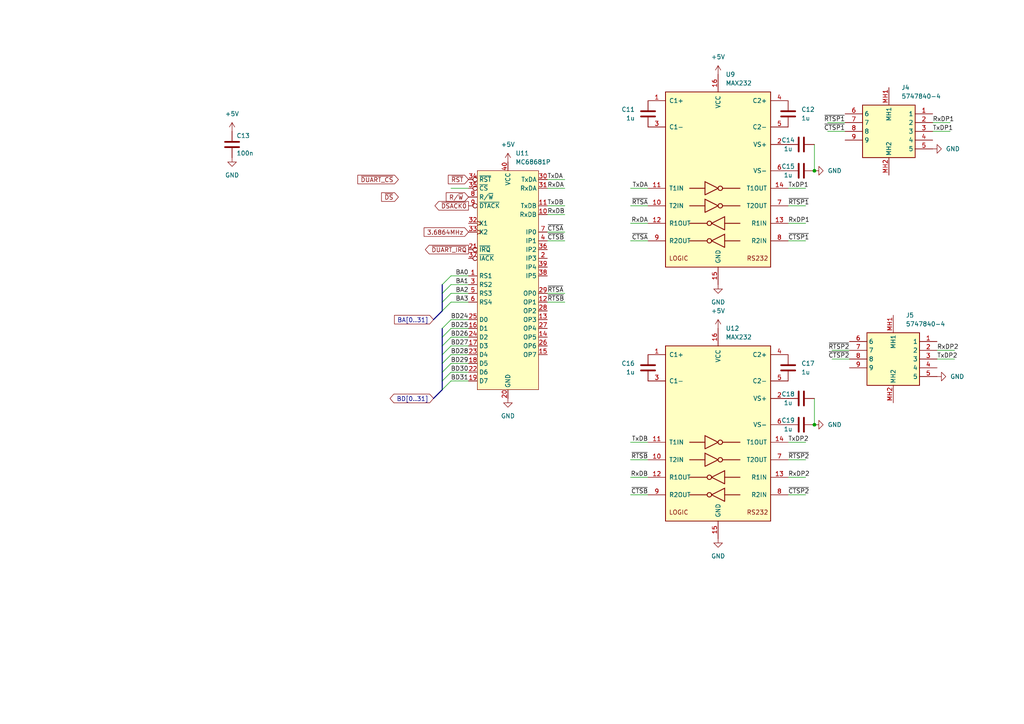
<source format=kicad_sch>
(kicad_sch (version 20231120) (generator "eeschema") (generator_version "8.0")
  (paper "A4")
  (lib_symbols
    (symbol "5747840-4:5747840-4"
      (property "Reference" "J" (at 21.59 12.7 0))
      (property "Value" "5747840-4" (at 21.59 10.16 0))
      (symbol "5747840-4_1_1"
        (rectangle (start 5.08 7.62) (end 20.32 -7.62) (stroke (width 0.254)) (fill (type background)))
        (pin passive line (at 7.62 12.7 270) (length 5.08) (name "1") (number "1"))
        (pin passive line (at 10.16 12.7 270) (length 5.08) (name "2") (number "2"))
        (pin passive line (at 12.7 12.7 270) (length 5.08) (name "3") (number "3"))
        (pin passive line (at 15.24 12.7 270) (length 5.08) (name "4") (number "4"))
        (pin passive line (at 17.78 12.7 270) (length 5.08) (name "5") (number "5"))
        (pin passive line (at 7.62 -12.7 90) (length 5.08) (name "6") (number "6"))
        (pin passive line (at 10.16 -12.7 90) (length 5.08) (name "7") (number "7"))
        (pin passive line (at 12.7 -12.7 90) (length 5.08) (name "8") (number "8"))
        (pin passive line (at 15.24 -12.7 90) (length 5.08) (name "9") (number "9"))
        (pin passive line (at 0 0 0) (length 5.08) (name "MH1") (number "MH1"))
        (pin passive line (at 25.4 0 180) (length 5.08) (name "MH2") (number "MH2"))
      )
    )
    (symbol "Device:C" (pin_numbers hide) (pin_names (offset 0.254))
      (property "Reference" "C" (at 0.635 2.54 0))
      (property "Value" "C" (at 0.635 -2.54 0))
      (symbol "C_0_1"
        (polyline (pts (xy -2.032 -0.762) (xy 2.032 -0.762)) (stroke (width 0.508)))
        (polyline (pts (xy -2.032 0.762) (xy 2.032 0.762)) (stroke (width 0.508)))
      )
      (symbol "C_1_1"
        (pin passive line (at 0 3.81 270) (length 2.794) (name "~") (number "1"))
        (pin passive line (at 0 -3.81 90) (length 2.794) (name "~") (number "2"))
      )
    )
    (symbol "Interface_UART:MAX232" (pin_names (offset 1.016))
      (property "Reference" "U" (at -2.54 28.575 0))
      (property "Value" "MAX232" (at -2.54 26.67 0))
      (symbol "MAX232_0_0"
        (text "LOGIC" (at -11.43 -22.86 0) (effects (font (size 1.27 1.27))))
        (text "RS232" (at 11.43 -22.86 0) (effects (font (size 1.27 1.27))))
      )
      (symbol "MAX232_0_1"
        (rectangle (start -15.24 -25.4) (end 15.24 25.4) (stroke (width 0.254)) (fill (type background)))
        (circle (center -2.54 -17.78) (radius 0.635) (stroke (width 0.254)))
        (circle (center -2.54 -12.7) (radius 0.635) (stroke (width 0.254)))
        (polyline (pts (xy -3.81 -7.62) (xy -8.255 -7.62)) (stroke (width 0.254)))
        (polyline (pts (xy -3.81 -2.54) (xy -8.255 -2.54)) (stroke (width 0.254)))
        (polyline (pts (xy -3.175 -17.78) (xy -8.255 -17.78)) (stroke (width 0.254)))
        (polyline (pts (xy -3.175 -12.7) (xy -8.255 -12.7)) (stroke (width 0.254)))
        (polyline (pts (xy 1.27 -7.62) (xy 6.35 -7.62)) (stroke (width 0.254)))
        (polyline (pts (xy 1.27 -2.54) (xy 6.35 -2.54)) (stroke (width 0.254)))
        (polyline (pts (xy 1.905 -17.78) (xy 6.35 -17.78)) (stroke (width 0.254)))
        (polyline (pts (xy 1.905 -12.7) (xy 6.35 -12.7)) (stroke (width 0.254)))
        (polyline (pts (xy -3.81 -5.715) (xy -3.81 -9.525) (xy 0 -7.62) (xy -3.81 -5.715)) (stroke (width 0.254)))
        (polyline (pts (xy -3.81 -0.635) (xy -3.81 -4.445) (xy 0 -2.54) (xy -3.81 -0.635)) (stroke (width 0.254)))
        (polyline (pts (xy 1.905 -15.875) (xy 1.905 -19.685) (xy -1.905 -17.78) (xy 1.905 -15.875)) (stroke (width 0.254)))
        (polyline (pts (xy 1.905 -10.795) (xy 1.905 -14.605) (xy -1.905 -12.7) (xy 1.905 -10.795)) (stroke (width 0.254)))
        (circle (center 0.635 -7.62) (radius 0.635) (stroke (width 0.254)))
        (circle (center 0.635 -2.54) (radius 0.635) (stroke (width 0.254)))
      )
      (symbol "MAX232_1_1"
        (pin passive line (at -20.32 22.86 0) (length 5.08) (name "C1+") (number "1"))
        (pin input line (at -20.32 -7.62 0) (length 5.08) (name "T2IN") (number "10"))
        (pin input line (at -20.32 -2.54 0) (length 5.08) (name "T1IN") (number "11"))
        (pin output line (at -20.32 -12.7 0) (length 5.08) (name "R1OUT") (number "12"))
        (pin input line (at 20.32 -12.7 180) (length 5.08) (name "R1IN") (number "13"))
        (pin output line (at 20.32 -2.54 180) (length 5.08) (name "T1OUT") (number "14"))
        (pin power_in line (at 0 -30.48 90) (length 5.08) (name "GND") (number "15"))
        (pin power_in line (at 0 30.48 270) (length 5.08) (name "VCC") (number "16"))
        (pin power_out line (at 20.32 10.16 180) (length 5.08) (name "VS+") (number "2"))
        (pin passive line (at -20.32 15.24 0) (length 5.08) (name "C1-") (number "3"))
        (pin passive line (at 20.32 22.86 180) (length 5.08) (name "C2+") (number "4"))
        (pin passive line (at 20.32 15.24 180) (length 5.08) (name "C2-") (number "5"))
        (pin power_out line (at 20.32 2.54 180) (length 5.08) (name "VS-") (number "6"))
        (pin output line (at 20.32 -7.62 180) (length 5.08) (name "T2OUT") (number "7"))
        (pin input line (at 20.32 -17.78 180) (length 5.08) (name "R2IN") (number "8"))
        (pin output line (at -20.32 -17.78 0) (length 5.08) (name "R2OUT") (number "9"))
      )
    )
    (symbol "m68k-hbc-ic:MC68681P"
      (property "Reference" "U" (at 0 0 0))
      (property "Value" "MC68681P" (at 0 0 0))
      (symbol "MC68681P_0_0"
        (pin input line (at -11.43 1.27 0) (length 2.54) (name "RS1") (number "1"))
        (pin input line (at 11.43 19.05 180) (length 2.54) (name "RxDB") (number "10"))
        (pin output line (at 11.43 21.59 180) (length 2.54) (name "TxDB") (number "11"))
        (pin output line (at 11.43 -6.35 180) (length 2.54) (name "OP1") (number "12"))
        (pin output line (at 11.43 -11.43 180) (length 2.54) (name "OP3") (number "13"))
        (pin output line (at 11.43 -16.51 180) (length 2.54) (name "OP5") (number "14"))
        (pin output line (at 11.43 -21.59 180) (length 2.54) (name "OP7") (number "15"))
        (pin bidirectional line (at -11.43 -13.97 0) (length 2.54) (name "D1") (number "16"))
        (pin bidirectional line (at -11.43 -19.05 0) (length 2.54) (name "D3") (number "17"))
        (pin bidirectional line (at -11.43 -24.13 0) (length 2.54) (name "D5") (number "18"))
        (pin bidirectional line (at -11.43 -29.21 0) (length 2.54) (name "D7") (number "19"))
        (pin input line (at 11.43 6.35 180) (length 2.54) (name "IP3") (number "2"))
        (pin power_in line (at 0 -34.29 90) (length 2.54) (name "GND") (number "20"))
        (pin output inverted (at -11.43 8.89 0) (length 2.54) (name "~{IRQ}") (number "21"))
        (pin bidirectional line (at -11.43 -26.67 0) (length 2.54) (name "D6") (number "22"))
        (pin bidirectional line (at -11.43 -21.59 0) (length 2.54) (name "D4") (number "23"))
        (pin bidirectional line (at -11.43 -16.51 0) (length 2.54) (name "D2") (number "24"))
        (pin bidirectional line (at -11.43 -11.43 0) (length 2.54) (name "D0") (number "25"))
        (pin output line (at 11.43 -19.05 180) (length 2.54) (name "OP6") (number "26"))
        (pin output line (at 11.43 -13.97 180) (length 2.54) (name "OP4") (number "27"))
        (pin output line (at 11.43 -8.89 180) (length 2.54) (name "OP2") (number "28"))
        (pin output line (at 11.43 -3.81 180) (length 2.54) (name "OP0") (number "29"))
        (pin input line (at -11.43 -1.27 0) (length 2.54) (name "RS2") (number "3"))
        (pin output line (at 11.43 29.21 180) (length 2.54) (name "TxDA") (number "30"))
        (pin input line (at 11.43 26.67 180) (length 2.54) (name "RxDA") (number "31"))
        (pin input clock (at -11.43 16.51 0) (length 2.54) (name "X1") (number "32"))
        (pin output clock (at -11.43 13.97 0) (length 2.54) (name "X2") (number "33"))
        (pin input inverted (at -11.43 29.21 0) (length 2.54) (name "~{RST}") (number "34"))
        (pin input inverted (at -11.43 26.67 0) (length 2.54) (name "~{CS}") (number "35"))
        (pin input line (at 11.43 8.89 180) (length 2.54) (name "IP2") (number "36"))
        (pin input inverted (at -11.43 6.35 0) (length 2.54) (name "~{IACK}") (number "37"))
        (pin input line (at 11.43 1.27 180) (length 2.54) (name "IP5") (number "38"))
        (pin input line (at 11.43 3.81 180) (length 2.54) (name "IP4") (number "39"))
        (pin input line (at 11.43 11.43 180) (length 2.54) (name "IP1") (number "4"))
        (pin power_in line (at 0 34.29 270) (length 2.54) (name "VCC") (number "40"))
        (pin input line (at -11.43 -3.81 0) (length 2.54) (name "RS3") (number "5"))
        (pin input line (at -11.43 -6.35 0) (length 2.54) (name "RS4") (number "6"))
        (pin input line (at 11.43 13.97 180) (length 2.54) (name "IP0") (number "7"))
        (pin input line (at -11.43 24.13 0) (length 2.54) (name "R/~{W}") (number "8"))
        (pin output inverted (at -11.43 21.59 0) (length 2.54) (name "~{DTACK}") (number "9"))
      )
      (symbol "MC68681P_1_1"
        (rectangle (start -8.89 31.75) (end 8.89 -31.75) (fill (type background)))
      )
    )
    (symbol "power:+5V" (power) (pin_names (offset 0))
      (property "Value" "+5V" (at 0 3.556 0))
      (symbol "+5V_0_1"
        (polyline (pts (xy -0.762 1.27) (xy 0 2.54)))
        (polyline (pts (xy 0 0) (xy 0 2.54)))
        (polyline (pts (xy 0 2.54) (xy 0.762 1.27)))
      )
      (symbol "+5V_1_1"
        (pin power_in line (at 0 0 90) (length 0) hide (name "+5V") (number "1"))
      )
    )
    (symbol "power:GND" (power) (pin_names (offset 0))
      (property "Value" "GND" (at 0 -3.81 0))
      (symbol "GND_0_1"
        (polyline (pts (xy 0 0) (xy 0 -1.27) (xy 1.27 -1.27) (xy 0 -2.54) (xy -1.27 -1.27) (xy 0 -1.27)))
      )
      (symbol "GND_1_1"
        (pin power_in line (at 0 0 270) (length 0) hide (name "GND") (number "1"))
      )
    )
  )
  (junction (at 236.22 123.19))
  (junction (at 236.22 49.53))
  (bus_entry (at 130.81 97.79) (size -2.54 2.54))
  (bus_entry (at 130.81 80.01) (size -2.54 2.54))
  (bus_entry (at 130.81 100.33) (size -2.54 2.54))
  (bus_entry (at 130.81 110.49) (size -2.54 2.54))
  (bus_entry (at 130.81 105.41) (size -2.54 2.54))
  (bus_entry (at 130.81 82.55) (size -2.54 2.54))
  (bus_entry (at 130.81 92.71) (size -2.54 2.54))
  (bus_entry (at 130.81 87.63) (size -2.54 2.54))
  (bus_entry (at 130.81 95.25) (size -2.54 2.54))
  (bus_entry (at 130.81 85.09) (size -2.54 2.54))
  (bus_entry (at 130.81 107.95) (size -2.54 2.54))
  (bus_entry (at 130.81 102.87) (size -2.54 2.54))
  (wire (pts (xy 182.88 59.69) (xy 187.96 59.69)))
  (wire (pts (xy 163.83 85.09) (xy 158.75 85.09)))
  (wire (pts (xy 276.86 104.14) (xy 271.78 104.14)))
  (wire (pts (xy 130.81 80.01) (xy 135.89 80.01)))
  (wire (pts (xy 130.81 100.33) (xy 135.89 100.33)))
  (bus (pts (xy 128.27 90.17) (xy 125.73 92.71)))
  (wire (pts (xy 130.81 110.49) (xy 135.89 110.49)))
  (bus (pts (xy 128.27 105.41) (xy 128.27 107.95)))
  (wire (pts (xy 130.81 82.55) (xy 135.89 82.55)))
  (bus (pts (xy 128.27 100.33) (xy 128.27 102.87)))
  (wire (pts (xy 163.83 54.61) (xy 158.75 54.61)))
  (wire (pts (xy 130.81 54.61) (xy 135.89 54.61)))
  (wire (pts (xy 130.81 87.63) (xy 135.89 87.63)))
  (wire (pts (xy 163.83 62.23) (xy 158.75 62.23)))
  (bus (pts (xy 128.27 97.79) (xy 128.27 100.33)))
  (bus (pts (xy 128.27 113.03) (xy 125.73 115.57)))
  (wire (pts (xy 163.83 59.69) (xy 158.75 59.69)))
  (bus (pts (xy 128.27 95.25) (xy 128.27 97.79)))
  (wire (pts (xy 182.88 133.35) (xy 187.96 133.35)))
  (wire (pts (xy 130.81 102.87) (xy 135.89 102.87)))
  (wire (pts (xy 163.83 52.07) (xy 158.75 52.07)))
  (wire (pts (xy 182.88 69.85) (xy 187.96 69.85)))
  (wire (pts (xy 233.68 64.77) (xy 228.6 64.77)))
  (wire (pts (xy 233.68 133.35) (xy 228.6 133.35)))
  (wire (pts (xy 240.03 35.56) (xy 245.11 35.56)))
  (bus (pts (xy 128.27 85.09) (xy 128.27 87.63)))
  (wire (pts (xy 233.68 138.43) (xy 228.6 138.43)))
  (wire (pts (xy 275.59 38.1) (xy 270.51 38.1)))
  (wire (pts (xy 163.83 67.31) (xy 158.75 67.31)))
  (wire (pts (xy 275.59 35.56) (xy 270.51 35.56)))
  (wire (pts (xy 182.88 138.43) (xy 187.96 138.43)))
  (bus (pts (xy 128.27 102.87) (xy 128.27 105.41)))
  (wire (pts (xy 233.68 59.69) (xy 228.6 59.69)))
  (wire (pts (xy 130.81 105.41) (xy 135.89 105.41)))
  (wire (pts (xy 236.22 49.53) (xy 236.22 41.91)))
  (bus (pts (xy 128.27 87.63) (xy 128.27 90.17)))
  (wire (pts (xy 182.88 143.51) (xy 187.96 143.51)))
  (wire (pts (xy 130.81 95.25) (xy 135.89 95.25)))
  (wire (pts (xy 130.81 97.79) (xy 135.89 97.79)))
  (wire (pts (xy 163.83 69.85) (xy 158.75 69.85)))
  (wire (pts (xy 182.88 54.61) (xy 187.96 54.61)))
  (wire (pts (xy 182.88 64.77) (xy 187.96 64.77)))
  (wire (pts (xy 233.68 69.85) (xy 228.6 69.85)))
  (wire (pts (xy 182.88 128.27) (xy 187.96 128.27)))
  (wire (pts (xy 233.68 143.51) (xy 228.6 143.51)))
  (wire (pts (xy 240.03 38.1) (xy 245.11 38.1)))
  (wire (pts (xy 276.86 101.6) (xy 271.78 101.6)))
  (wire (pts (xy 233.68 54.61) (xy 228.6 54.61)))
  (wire (pts (xy 241.3 104.14) (xy 246.38 104.14)))
  (wire (pts (xy 130.81 85.09) (xy 135.89 85.09)))
  (bus (pts (xy 128.27 107.95) (xy 128.27 110.49)))
  (wire (pts (xy 241.3 101.6) (xy 246.38 101.6)))
  (wire (pts (xy 130.81 107.95) (xy 135.89 107.95)))
  (wire (pts (xy 130.81 92.71) (xy 135.89 92.71)))
  (wire (pts (xy 163.83 87.63) (xy 158.75 87.63)))
  (wire (pts (xy 233.68 128.27) (xy 228.6 128.27)))
  (bus (pts (xy 128.27 110.49) (xy 128.27 113.03)))
  (bus (pts (xy 128.27 82.55) (xy 128.27 85.09)))
  (wire (pts (xy 236.22 123.19) (xy 236.22 115.57)))
  (label "BA1" (at 135.89 82.55 180))
  (label "~{CTSP1}" (at 228.6 69.85 0))
  (label "~{RTSP2}" (at 228.6 133.35 0))
  (label "RxDP1" (at 228.6 64.77 0))
  (label "~{CTSP2}" (at 246.38 104.14 180))
  (label "TxDP1" (at 270.51 38.1 0))
  (label "TxDB" (at 187.96 128.27 180))
  (label "BD27" (at 135.89 100.33 180))
  (label "RxDP2" (at 271.78 101.6 0))
  (label "BD28" (at 135.89 102.87 180))
  (label "~{RTSB}" (at 158.75 87.63 0))
  (label "~{RTSA}" (at 158.75 85.09 0))
  (label "~{RTSA}" (at 187.96 59.69 180))
  (label "TxDP2" (at 271.78 104.14 0))
  (label "BD26" (at 135.89 97.79 180))
  (label "TxDP2" (at 228.6 128.27 0))
  (label "~{CTSB}" (at 187.96 143.51 180))
  (label "~{CTSA}" (at 187.96 69.85 180))
  (label "RxDP2" (at 228.6 138.43 0))
  (label "~{RTSB}" (at 187.96 133.35 180))
  (label "RxDB" (at 187.96 138.43 180))
  (label "BD30" (at 135.89 107.95 180))
  (label "RxDA" (at 187.96 64.77 180))
  (label "~{RTSP1}" (at 245.11 35.56 180))
  (label "TxDA" (at 158.75 52.07 0))
  (label "BA2" (at 135.89 85.09 180))
  (label "BA3" (at 135.89 87.63 180))
  (label "~{CTSP1}" (at 245.11 38.1 180))
  (label "RxDP1" (at 270.51 35.56 0))
  (label "BD25" (at 135.89 95.25 180))
  (label "~{RTSP1}" (at 228.6 59.69 0))
  (label "TxDB" (at 158.75 59.69 0))
  (label "BD31" (at 135.89 110.49 180))
  (label "RxDB" (at 158.75 62.23 0))
  (label "RxDA" (at 158.75 54.61 0))
  (label "~{CTSA}" (at 158.75 67.31 0))
  (label "BD24" (at 135.89 92.71 180))
  (label "BD29" (at 135.89 105.41 180))
  (label "~{CTSB}" (at 158.75 69.85 0))
  (label "~{CTSP2}" (at 228.6 143.51 0))
  (label "BA0" (at 135.89 80.01 180))
  (label "TxDA" (at 187.96 54.61 180))
  (label "TxDP1" (at 228.6 54.61 0))
  (label "~{RTSP2}" (at 246.38 101.6 180))
  (global_label "~{RST}" (shape input) (at 135.89 52.07 180) (property "Intersheetrefs" "${INTERSHEET_REFS}" (effects (hide yes))))
  (global_label "R{slash}~{W}" (shape input) (at 135.89 57.15 180) (property "Intersheetrefs" "${INTERSHEET_REFS}" (effects (hide yes))))
  (global_label "~{DUART_IRQ}" (shape output) (at 135.89 72.39 180) (property "Intersheetrefs" "${INTERSHEET_REFS}" (effects (hide yes))))
  (global_label "BA[0..31]" (shape input) (at 125.73 92.71 180) (property "Intersheetrefs" "${INTERSHEET_REFS}" (effects (hide yes))))
  (global_label "~{DUART_CS}" (shape input) (at 115.57 52.07 180) (property "Intersheetrefs" "${INTERSHEET_REFS}" (effects (hide yes))))
  (global_label "3.6864MHz" (shape input) (at 135.89 67.31 180) (property "Intersheetrefs" "${INTERSHEET_REFS}" (effects (hide yes))))
  (global_label "~{DS}" (shape input) (at 115.57 57.15 180) (property "Intersheetrefs" "${INTERSHEET_REFS}" (effects (hide yes))))
  (global_label "BD[0..31]" (shape bidirectional) (at 125.73 115.57 180) (property "Intersheetrefs" "${INTERSHEET_REFS}" (effects (hide yes))))
  (global_label "~{DSACK0}" (shape output) (at 135.89 59.69 180) (property "Intersheetrefs" "${INTERSHEET_REFS}" (effects (hide yes))))
  (symbol (lib_id "power:+5V") (at 147.32 46.99 0) (unit 1)
    (property "Reference" "#PWR069" (effects (hide yes)))
    (property "Value" "+5V" (at 147.32 41.91 0))
  )
  (symbol (lib_id "Device:C") (at 187.96 106.68 0) (unit 1)
    (property "Reference" "C16" (at 184.15 105.41 0) (effects (justify right)))
    (property "Value" "1u" (at 184.15 107.95 0) (effects (justify right)))
    (property "Footprint" "Capacitor_THT:C_Disc_D4.3mm_W1.9mm_P5.00mm" (effects (hide yes)))
  )
  (symbol (lib_id "Device:C") (at 67.31 41.91 0) (unit 1)
    (property "Reference" "C13" (at 68.58 39.37 0) (effects (justify left)))
    (property "Value" "100n" (at 68.58 44.45 0) (effects (justify left)))
    (property "Footprint" "Capacitor_THT:C_Disc_D4.3mm_W1.9mm_P5.00mm" (effects (hide yes)))
  )
  (symbol (lib_id "Device:C") (at 232.41 123.19 90) (unit 1)
    (property "Reference" "C19" (at 228.6 121.92 90))
    (property "Value" "1u" (at 228.6 124.46 90))
    (property "Footprint" "Capacitor_THT:C_Disc_D4.3mm_W1.9mm_P5.00mm" (effects (hide yes)))
  )
  (symbol (lib_id "power:GND") (at 208.28 82.55 0) (unit 1)
    (property "Reference" "#PWR071" (effects (hide yes)))
    (property "Value" "GND" (at 208.28 87.63 0))
  )
  (symbol (lib_id "power:GND") (at 208.28 156.21 0) (unit 1)
    (property "Reference" "#PWR076" (effects (hide yes)))
    (property "Value" "GND" (at 208.28 161.29 0))
  )
  (symbol (lib_id "power:GND") (at 236.22 49.53 90) (unit 1)
    (property "Reference" "#PWR070" (effects (hide yes)))
    (property "Value" "GND" (at 240.03 49.53 90) (effects (justify right)))
  )
  (symbol (lib_id "m68k-hbc-ic:MC68681P") (at 147.32 81.28 0) (unit 1)
    (property "Reference" "U11" (at 149.5141 44.45 0) (effects (justify left)))
    (property "Value" "MC68681P" (at 149.5141 46.99 0) (effects (justify left)))
    (property "Footprint" "Package_DIP:DIP-40_W15.24mm_Socket" (effects (hide yes)))
    (property "Datasheet" "https://www.nxp.com/docs/en/user-guide/MC68681UM.pdf" (effects (hide yes)))
  )
  (symbol (lib_id "Device:C") (at 232.41 41.91 90) (unit 1)
    (property "Reference" "C14" (at 228.6 40.64 90))
    (property "Value" "1u" (at 228.6 43.18 90))
    (property "Footprint" "Capacitor_THT:C_Disc_D4.3mm_W1.9mm_P5.00mm" (effects (hide yes)))
  )
  (symbol (lib_id "power:GND") (at 271.78 109.22 90) (unit 1)
    (property "Reference" "#PWR073" (effects (hide yes)))
    (property "Value" "GND" (at 275.59 109.22 90) (effects (justify right)))
  )
  (symbol (lib_id "power:+5V") (at 67.31 38.1 0) (unit 1)
    (property "Reference" "#PWR066" (effects (hide yes)))
    (property "Value" "+5V" (at 67.31 33.02 0))
  )
  (symbol (lib_id "Device:C") (at 228.6 106.68 0) (unit 1)
    (property "Reference" "C17" (at 232.41 105.41 0) (effects (justify left)))
    (property "Value" "1u" (at 232.41 107.95 0) (effects (justify left)))
    (property "Footprint" "Capacitor_THT:C_Disc_D4.3mm_W1.9mm_P5.00mm" (effects (hide yes)))
  )
  (symbol (lib_id "Interface_UART:MAX232") (at 208.28 125.73 0) (unit 1)
    (property "Reference" "U12" (at 210.4741 95.25 0) (effects (justify left)))
    (property "Value" "MAX232" (at 210.4741 97.79 0) (effects (justify left)))
    (property "Footprint" "Package_DIP:DIP-16_W7.62mm_Socket" (effects (hide yes)))
    (property "Datasheet" "http://www.ti.com/lit/ds/symlink/max232.pdf" (effects (hide yes)))
  )
  (symbol (lib_id "Device:C") (at 232.41 49.53 90) (unit 1)
    (property "Reference" "C15" (at 228.6 48.26 90))
    (property "Value" "1u" (at 228.6 50.8 90))
    (property "Footprint" "Capacitor_THT:C_Disc_D4.3mm_W1.9mm_P5.00mm" (effects (hide yes)))
  )
  (symbol (lib_id "Device:C") (at 187.96 33.02 0) (unit 1)
    (property "Reference" "C11" (at 184.15 31.75 0) (effects (justify right)))
    (property "Value" "1u" (at 184.15 34.29 0) (effects (justify right)))
    (property "Footprint" "Capacitor_THT:C_Disc_D4.3mm_W1.9mm_P5.00mm" (effects (hide yes)))
  )
  (symbol (lib_id "power:+5V") (at 208.28 95.25 0) (unit 1)
    (property "Reference" "#PWR072" (effects (hide yes)))
    (property "Value" "+5V" (at 208.28 90.17 0))
  )
  (symbol (lib_id "power:GND") (at 236.22 123.19 90) (unit 1)
    (property "Reference" "#PWR075" (effects (hide yes)))
    (property "Value" "GND" (at 240.03 123.19 90) (effects (justify right)))
  )
  (symbol (lib_id "Interface_UART:MAX232") (at 208.28 52.07 0) (unit 1)
    (property "Reference" "U9" (at 210.4741 21.59 0) (effects (justify left)))
    (property "Value" "MAX232" (at 210.4741 24.13 0) (effects (justify left)))
    (property "Footprint" "Package_DIP:DIP-16_W7.62mm_Socket" (effects (hide yes)))
    (property "Datasheet" "http://www.ti.com/lit/ds/symlink/max232.pdf" (effects (hide yes)))
  )
  (symbol (lib_id "Device:C") (at 228.6 33.02 0) (unit 1)
    (property "Reference" "C12" (at 232.41 31.75 0) (effects (justify left)))
    (property "Value" "1u" (at 232.41 34.29 0) (effects (justify left)))
    (property "Footprint" "Capacitor_THT:C_Disc_D4.3mm_W1.9mm_P5.00mm" (effects (hide yes)))
  )
  (symbol (lib_id "power:+5V") (at 208.28 21.59 0) (unit 1)
    (property "Reference" "#PWR065" (effects (hide yes)))
    (property "Value" "+5V" (at 208.28 16.51 0))
  )
  (symbol (lib_id "5747840-4:5747840-4") (at 259.08 91.44 270) (unit 1)
    (property "Reference" "J5" (at 262.7061 91.44 90) (effects (justify left)))
    (property "Value" "5747840-4" (at 262.7061 93.98 90) (effects (justify left)))
    (property "Footprint" "57478404:57478404" (effects (hide yes)))
    (property "Datasheet" "http://www.te.com/commerce/DocumentDelivery/DDEController?Action=srchrtrv&DocNm=82068_AMPLIMITE_Right-Angle_Posted_Conn&DocType=Catalog+Section&DocLang=English&PartCntxt=" (effects (hide yes)))
    (property "Height" "12.93" (effects (hide yes)))
    (property "Mouser Part Number" "571-5747840-4" (effects (hide yes)))
    (property "Mouser Price/Stock" "https://www.mouser.co.uk/ProductDetail/TE-Connectivity/5747840-4?qs=x6EjVpvqMVP9KXD3S9b%252Bdw%3D%3D" (effects (hide yes)))
    (property "Manufacturer_Name" "TE Connectivity" (effects (hide yes)))
    (property "Manufacturer_Part_Number" "5747840-4" (effects (hide yes)))
  )
  (symbol (lib_id "Device:C") (at 232.41 115.57 90) (unit 1)
    (property "Reference" "C18" (at 228.6 114.3 90))
    (property "Value" "1u" (at 228.6 116.84 90))
    (property "Footprint" "Capacitor_THT:C_Disc_D4.3mm_W1.9mm_P5.00mm" (effects (hide yes)))
  )
  (symbol (lib_id "power:GND") (at 270.51 43.18 90) (unit 1)
    (property "Reference" "#PWR067" (effects (hide yes)))
    (property "Value" "GND" (at 274.32 43.18 90) (effects (justify right)))
  )
  (symbol (lib_id "power:GND") (at 147.32 115.57 0) (unit 1)
    (property "Reference" "#PWR074" (effects (hide yes)))
    (property "Value" "GND" (at 147.32 120.65 0))
  )
  (symbol (lib_id "5747840-4:5747840-4") (at 257.81 25.4 270) (unit 1)
    (property "Reference" "J4" (at 261.4361 25.4 90) (effects (justify left)))
    (property "Value" "5747840-4" (at 261.4361 27.94 90) (effects (justify left)))
    (property "Footprint" "57478404:57478404" (effects (hide yes)))
    (property "Datasheet" "http://www.te.com/commerce/DocumentDelivery/DDEController?Action=srchrtrv&DocNm=82068_AMPLIMITE_Right-Angle_Posted_Conn&DocType=Catalog+Section&DocLang=English&PartCntxt=" (effects (hide yes)))
    (property "Height" "12.93" (effects (hide yes)))
    (property "Mouser Part Number" "571-5747840-4" (effects (hide yes)))
    (property "Mouser Price/Stock" "https://www.mouser.co.uk/ProductDetail/TE-Connectivity/5747840-4?qs=x6EjVpvqMVP9KXD3S9b%252Bdw%3D%3D" (effects (hide yes)))
    (property "Manufacturer_Name" "TE Connectivity" (effects (hide yes)))
    (property "Manufacturer_Part_Number" "5747840-4" (effects (hide yes)))
  )
  (symbol (lib_id "power:GND") (at 67.31 45.72 0) (unit 1)
    (property "Reference" "#PWR068" (effects (hide yes)))
    (property "Value" "GND" (at 67.31 50.8 0))
  )
)
</source>
